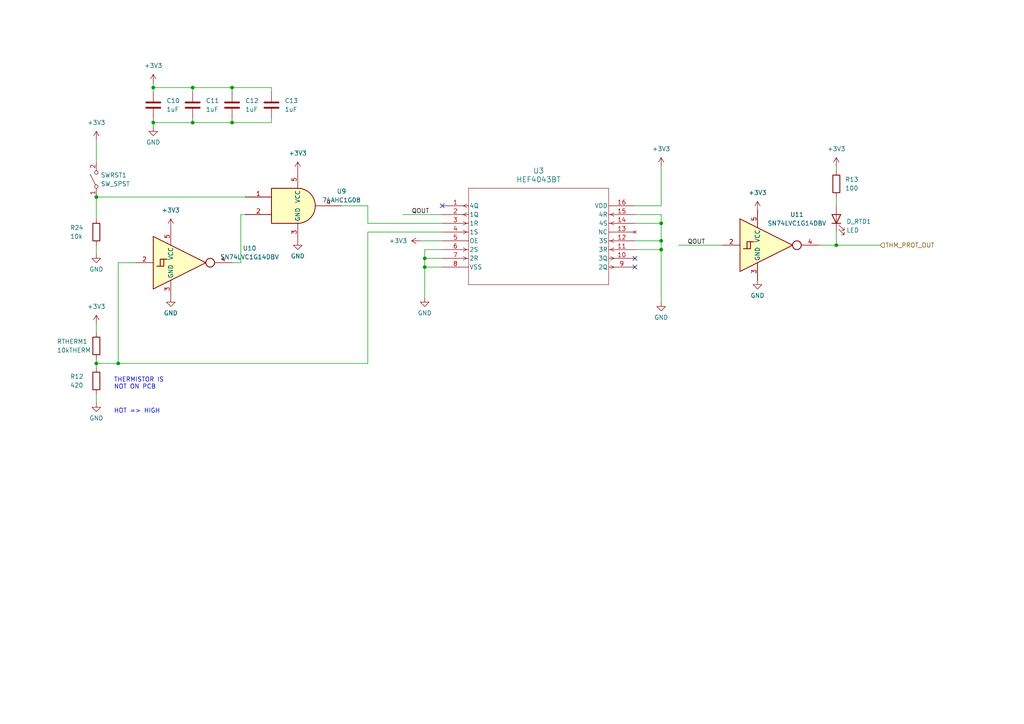
<source format=kicad_sch>
(kicad_sch (version 20230121) (generator eeschema)
  (paper "A4")
  (lib_symbols
    (symbol "74xGxx:74AHC1G08"
      (property "Reference" "U" (at -2.54 3.81 0))
      (property "Value" "74AHC1G08" (at 0 -3.81 0))
      (symbol "74AHC1G08_0_1"
        (arc (start 0 -5.08) (mid 5.0579 0) (end 0 5.08) (stroke (width 0.254)) (fill (type background)))
        (polyline (pts (xy 0 -5.08) (xy -7.62 -5.08) (xy -7.62 5.08) (xy 0 5.08)) (stroke (width 0.254)) (fill (type background)))
      )
      (symbol "74AHC1G08_1_1"
        (pin input line (at -15.24 2.54 0) (length 7.62) (name "~") (number "1"))
        (pin input line (at -15.24 -2.54 0) (length 7.62) (name "~") (number "2"))
        (pin power_in line (at 0 -10.16 90) (length 5.08) (name "GND") (number "3"))
        (pin output line (at 12.7 0 180) (length 7.62) (name "~") (number "4"))
        (pin power_in line (at 0 10.16 270) (length 5.08) (name "VCC") (number "5"))
      )
    )
    (symbol "74xGxx:SN74LVC1G14DBV"
      (property "Reference" "U" (at -5.08 10.16 0))
      (property "Value" "SN74LVC1G14DBV" (at 20.32 10.16 0))
      (symbol "SN74LVC1G14DBV_0_1"
        (polyline (pts (xy -2.032 1.016) (xy -1.016 1.016)) (stroke (width 0.254)) (fill (type background)))
        (polyline (pts (xy -5.08 7.62) (xy -5.08 -7.62) (xy 10.16 0) (xy -5.08 7.62)) (stroke (width 0.254)) (fill (type background)))
        (polyline (pts (xy -3.048 -1.016) (xy -3.048 1.016) (xy -2.032 1.016) (xy -2.032 -1.016) (xy -4.064 -1.016)) (stroke (width 0.254)) (fill (type background)))
        (circle (center 11.43 0) (radius 1.27) (stroke (width 0.254)))
      )
      (symbol "SN74LVC1G14DBV_1_1"
        (pin no_connect line (at 10.16 0 180) (length 5.08) hide (name "NC") (number "1"))
        (pin input line (at -10.16 0 0) (length 5.08) (name "~") (number "2"))
        (pin power_in line (at 0 -10.16 90) (length 5.08) (name "GND") (number "3"))
        (pin output line (at 17.78 0 180) (length 5.08) (name "~") (number "4"))
        (pin power_in line (at 0 10.16 270) (length 5.08) (name "VCC") (number "5"))
      )
    )
    (symbol "Device:C" (pin_numbers hide) (pin_names (offset 0.254))
      (property "Reference" "C" (at 0.635 2.54 0))
      (property "Value" "C" (at 0.635 -2.54 0))
      (symbol "C_0_1"
        (polyline (pts (xy -2.032 -0.762) (xy 2.032 -0.762)) (stroke (width 0.508)))
        (polyline (pts (xy -2.032 0.762) (xy 2.032 0.762)) (stroke (width 0.508)))
      )
      (symbol "C_1_1"
        (pin passive line (at 0 3.81 270) (length 2.794) (name "~") (number "1"))
        (pin passive line (at 0 -3.81 90) (length 2.794) (name "~") (number "2"))
      )
    )
    (symbol "Device:LED" (pin_numbers hide) (pin_names (offset 1.016) hide)
      (property "Reference" "D" (at 0 2.54 0))
      (property "Value" "LED" (at 0 -2.54 0))
      (symbol "LED_0_1"
        (polyline (pts (xy -1.27 -1.27) (xy -1.27 1.27)) (stroke (width 0.254)))
        (polyline (pts (xy -1.27 0) (xy 1.27 0)))
        (polyline (pts (xy 1.27 -1.27) (xy 1.27 1.27) (xy -1.27 0) (xy 1.27 -1.27)) (stroke (width 0.254)))
        (polyline (pts (xy -3.048 -0.762) (xy -4.572 -2.286) (xy -3.81 -2.286) (xy -4.572 -2.286) (xy -4.572 -1.524)))
        (polyline (pts (xy -1.778 -0.762) (xy -3.302 -2.286) (xy -2.54 -2.286) (xy -3.302 -2.286) (xy -3.302 -1.524)))
      )
      (symbol "LED_1_1"
        (pin passive line (at -3.81 0 0) (length 2.54) (name "K") (number "1"))
        (pin passive line (at 3.81 0 180) (length 2.54) (name "A") (number "2"))
      )
    )
    (symbol "Device:R" (pin_numbers hide) (pin_names (offset 0))
      (property "Reference" "R" (at 2.032 0 90))
      (property "Value" "R" (at 0 0 90))
      (symbol "R_0_1"
        (rectangle (start -1.016 -2.54) (end 1.016 2.54) (stroke (width 0.254)))
      )
      (symbol "R_1_1"
        (pin passive line (at 0 3.81 270) (length 1.27) (name "~") (number "1"))
        (pin passive line (at 0 -3.81 90) (length 1.27) (name "~") (number "2"))
      )
    )
    (symbol "HPsym:HEF4043BT" (pin_names (offset 0.254))
      (property "Reference" "U" (at 27.94 10.16 0))
      (property "Value" "HEF4043BT" (at 27.94 7.62 0))
      (symbol "HEF4043BT_0_1"
        (polyline (pts (xy 7.0993 -15.24) (xy 6.0579 -15.7607)) (stroke (width 0.127)))
        (polyline (pts (xy 7.0993 -15.24) (xy 6.0579 -14.7193)) (stroke (width 0.127)))
        (polyline (pts (xy 7.0993 -12.7) (xy 6.0579 -13.2207)) (stroke (width 0.127)))
        (polyline (pts (xy 7.0993 -12.7) (xy 6.0579 -12.1793)) (stroke (width 0.127)))
        (polyline (pts (xy 7.0993 -7.62) (xy 6.0579 -8.1407)) (stroke (width 0.127)))
        (polyline (pts (xy 7.0993 -7.62) (xy 6.0579 -7.0993)) (stroke (width 0.127)))
        (polyline (pts (xy 7.0993 -5.08) (xy 6.0579 -5.6007)) (stroke (width 0.127)))
        (polyline (pts (xy 7.0993 -5.08) (xy 6.0579 -4.5593)) (stroke (width 0.127)))
        (polyline (pts (xy 7.0993 -3.0607) (xy 6.0579 -2.54)) (stroke (width 0.127)))
        (polyline (pts (xy 7.0993 -2.0193) (xy 6.0579 -2.54)) (stroke (width 0.127)))
        (polyline (pts (xy 7.0993 -0.5207) (xy 6.0579 0)) (stroke (width 0.127)))
        (polyline (pts (xy 7.0993 0.5207) (xy 6.0579 0)) (stroke (width 0.127)))
        (polyline (pts (xy 7.62 -22.86) (xy 48.26 -22.86)) (stroke (width 0.127)))
        (polyline (pts (xy 7.62 5.08) (xy 7.62 -22.86)) (stroke (width 0.127)))
        (polyline (pts (xy 48.26 -22.86) (xy 48.26 5.08)) (stroke (width 0.127)))
        (polyline (pts (xy 48.26 5.08) (xy 7.62 5.08)) (stroke (width 0.127)))
        (polyline (pts (xy 48.7807 -18.3007) (xy 49.8221 -17.78)) (stroke (width 0.127)))
        (polyline (pts (xy 48.7807 -17.2593) (xy 49.8221 -17.78)) (stroke (width 0.127)))
        (polyline (pts (xy 48.7807 -15.7607) (xy 49.8221 -15.24)) (stroke (width 0.127)))
        (polyline (pts (xy 48.7807 -14.7193) (xy 49.8221 -15.24)) (stroke (width 0.127)))
        (polyline (pts (xy 48.7807 -12.7) (xy 49.8221 -13.2207)) (stroke (width 0.127)))
        (polyline (pts (xy 48.7807 -12.7) (xy 49.8221 -12.1793)) (stroke (width 0.127)))
        (polyline (pts (xy 48.7807 -10.16) (xy 49.8221 -10.6807)) (stroke (width 0.127)))
        (polyline (pts (xy 48.7807 -10.16) (xy 49.8221 -9.6393)) (stroke (width 0.127)))
        (polyline (pts (xy 48.7807 -5.08) (xy 49.8221 -5.6007)) (stroke (width 0.127)))
        (polyline (pts (xy 48.7807 -5.08) (xy 49.8221 -4.5593)) (stroke (width 0.127)))
        (polyline (pts (xy 48.7807 -2.54) (xy 49.8221 -3.0607)) (stroke (width 0.127)))
        (polyline (pts (xy 48.7807 -2.54) (xy 49.8221 -2.0193)) (stroke (width 0.127)))
        (pin output line (at 0 0 0) (length 7.62) (name "4Q") (number "1"))
        (pin output line (at 55.88 -15.24 180) (length 7.62) (name "3Q") (number "10"))
        (pin input line (at 55.88 -12.7 180) (length 7.62) (name "3R") (number "11"))
        (pin input line (at 55.88 -10.16 180) (length 7.62) (name "3S") (number "12"))
        (pin no_connect line (at 55.88 -7.62 180) (length 7.62) (name "NC") (number "13"))
        (pin input line (at 55.88 -5.08 180) (length 7.62) (name "4S") (number "14"))
        (pin input line (at 55.88 -2.54 180) (length 7.62) (name "4R") (number "15"))
        (pin power_in line (at 55.88 0 180) (length 7.62) (name "VDD") (number "16"))
        (pin output line (at 0 -2.54 0) (length 7.62) (name "1Q") (number "2"))
        (pin input line (at 0 -5.08 0) (length 7.62) (name "1R") (number "3"))
        (pin input line (at 0 -7.62 0) (length 7.62) (name "1S") (number "4"))
        (pin unspecified line (at 0 -10.16 0) (length 7.62) (name "OE") (number "5"))
        (pin input line (at 0 -12.7 0) (length 7.62) (name "2S") (number "6"))
        (pin input line (at 0 -15.24 0) (length 7.62) (name "2R") (number "7"))
        (pin power_in line (at 0 -17.78 0) (length 7.62) (name "VSS") (number "8"))
        (pin output line (at 55.88 -17.78 180) (length 7.62) (name "2Q") (number "9"))
      )
    )
    (symbol "Switch:SW_SPST" (pin_names (offset 0) hide)
      (property "Reference" "SW" (at 0 3.175 0))
      (property "Value" "SW_SPST" (at 0 -2.54 0))
      (symbol "SW_SPST_0_0"
        (circle (center -2.032 0) (radius 0.508))
        (polyline (pts (xy -1.524 0.254) (xy 1.524 1.778)))
        (circle (center 2.032 0) (radius 0.508))
      )
      (symbol "SW_SPST_1_1"
        (pin passive line (at -5.08 0 0) (length 2.54) (name "A") (number "1"))
        (pin passive line (at 5.08 0 180) (length 2.54) (name "B") (number "2"))
      )
    )
    (symbol "power:+3V3" (power) (pin_names (offset 0))
      (property "Value" "+3V3" (at 0 3.556 0))
      (symbol "+3V3_0_1"
        (polyline (pts (xy -0.762 1.27) (xy 0 2.54)))
        (polyline (pts (xy 0 0) (xy 0 2.54)))
        (polyline (pts (xy 0 2.54) (xy 0.762 1.27)))
      )
      (symbol "+3V3_1_1"
        (pin power_in line (at 0 0 90) (length 0) hide (name "+3V3") (number "1"))
      )
    )
    (symbol "power:GND" (power) (pin_names (offset 0))
      (property "Value" "GND" (at 0 -3.81 0))
      (symbol "GND_0_1"
        (polyline (pts (xy 0 0) (xy 0 -1.27) (xy 1.27 -1.27) (xy 0 -2.54) (xy -1.27 -1.27) (xy 0 -1.27)))
      )
      (symbol "GND_1_1"
        (pin power_in line (at 0 0 270) (length 0) hide (name "GND") (number "1"))
      )
    )
  )
  (junction (at 55.88 35.56))
  (junction (at 67.31 25.4))
  (junction (at 27.94 57.15))
  (junction (at 242.57 71.12))
  (junction (at 44.45 25.4))
  (junction (at 34.29 105.41))
  (junction (at 191.77 69.85))
  (junction (at 67.31 35.56))
  (junction (at 123.19 77.47))
  (junction (at 55.88 25.4))
  (junction (at 191.77 72.39))
  (junction (at 27.94 105.41))
  (junction (at 123.19 74.93))
  (junction (at 191.77 64.77))
  (junction (at 44.45 35.56))
  (no_connect (at 184.15 77.47))
  (no_connect (at 128.27 59.69))
  (no_connect (at 184.15 74.93))
  (wire (pts (xy 242.57 71.12) (xy 255.27 71.12)))
  (wire (pts (xy 27.94 104.14) (xy 27.94 105.41)))
  (wire (pts (xy 55.88 25.4) (xy 55.88 26.67)))
  (wire (pts (xy 67.31 35.56) (xy 67.31 34.29)))
  (wire (pts (xy 242.57 48.26) (xy 242.57 49.53)))
  (wire (pts (xy 44.45 25.4) (xy 55.88 25.4)))
  (wire (pts (xy 99.06 59.69) (xy 106.68 59.69)))
  (wire (pts (xy 191.77 59.69) (xy 184.15 59.69)))
  (wire (pts (xy 78.74 25.4) (xy 78.74 26.67)))
  (wire (pts (xy 196.85 71.12) (xy 209.55 71.12)))
  (wire (pts (xy 27.94 105.41) (xy 27.94 106.68)))
  (wire (pts (xy 67.31 35.56) (xy 78.74 35.56)))
  (wire (pts (xy 191.77 48.26) (xy 191.77 59.69)))
  (wire (pts (xy 191.77 62.23) (xy 191.77 64.77)))
  (wire (pts (xy 184.15 62.23) (xy 191.77 62.23)))
  (wire (pts (xy 27.94 57.15) (xy 71.12 57.15)))
  (wire (pts (xy 44.45 35.56) (xy 44.45 36.83)))
  (wire (pts (xy 44.45 34.29) (xy 44.45 35.56)))
  (wire (pts (xy 27.94 71.12) (xy 27.94 73.66)))
  (wire (pts (xy 242.57 57.15) (xy 242.57 59.69)))
  (wire (pts (xy 128.27 64.77) (xy 106.68 64.77)))
  (wire (pts (xy 27.94 40.64) (xy 27.94 46.99)))
  (wire (pts (xy 67.31 25.4) (xy 67.31 26.67)))
  (wire (pts (xy 55.88 35.56) (xy 67.31 35.56)))
  (wire (pts (xy 55.88 25.4) (xy 67.31 25.4)))
  (wire (pts (xy 128.27 67.31) (xy 106.68 67.31)))
  (wire (pts (xy 191.77 69.85) (xy 191.77 72.39)))
  (wire (pts (xy 34.29 76.2) (xy 39.37 76.2)))
  (wire (pts (xy 123.19 86.36) (xy 123.19 77.47)))
  (wire (pts (xy 34.29 105.41) (xy 34.29 76.2)))
  (wire (pts (xy 44.45 24.13) (xy 44.45 25.4)))
  (wire (pts (xy 123.19 72.39) (xy 123.19 74.93)))
  (wire (pts (xy 191.77 72.39) (xy 184.15 72.39)))
  (wire (pts (xy 191.77 64.77) (xy 191.77 69.85)))
  (wire (pts (xy 116.84 62.23) (xy 128.27 62.23)))
  (wire (pts (xy 27.94 93.98) (xy 27.94 96.52)))
  (wire (pts (xy 69.85 76.2) (xy 69.85 62.23)))
  (wire (pts (xy 106.68 64.77) (xy 106.68 59.69)))
  (wire (pts (xy 55.88 35.56) (xy 55.88 34.29)))
  (wire (pts (xy 128.27 74.93) (xy 123.19 74.93)))
  (wire (pts (xy 191.77 72.39) (xy 191.77 87.63)))
  (wire (pts (xy 121.92 69.85) (xy 128.27 69.85)))
  (wire (pts (xy 67.31 76.2) (xy 69.85 76.2)))
  (wire (pts (xy 237.49 71.12) (xy 242.57 71.12)))
  (wire (pts (xy 242.57 67.31) (xy 242.57 71.12)))
  (wire (pts (xy 123.19 74.93) (xy 123.19 77.47)))
  (wire (pts (xy 184.15 69.85) (xy 191.77 69.85)))
  (wire (pts (xy 184.15 64.77) (xy 191.77 64.77)))
  (wire (pts (xy 27.94 105.41) (xy 34.29 105.41)))
  (wire (pts (xy 67.31 25.4) (xy 78.74 25.4)))
  (wire (pts (xy 69.85 62.23) (xy 71.12 62.23)))
  (wire (pts (xy 78.74 35.56) (xy 78.74 34.29)))
  (wire (pts (xy 106.68 67.31) (xy 106.68 105.41)))
  (wire (pts (xy 44.45 35.56) (xy 55.88 35.56)))
  (wire (pts (xy 123.19 77.47) (xy 128.27 77.47)))
  (wire (pts (xy 27.94 114.3) (xy 27.94 116.84)))
  (wire (pts (xy 128.27 72.39) (xy 123.19 72.39)))
  (wire (pts (xy 34.29 105.41) (xy 106.68 105.41)))
  (wire (pts (xy 44.45 25.4) (xy 44.45 26.67)))
  (wire (pts (xy 27.94 57.15) (xy 27.94 63.5)))
  (text "THERMISTOR IS\nNOT ON PCB" (at 33.02 113.03 0) (effects (font (size 1.27 1.27)) (justify left bottom)))
  (text "HOT => HIGH" (at 33.02 120.015 0) (effects (font (size 1.27 1.27)) (justify left bottom)))
  (label "QOUT" (at 199.39 71.12 0))
  (label "QOUT" (at 119.38 62.23 0))
  (hierarchical_label "THM_PROT_OUT" (shape input) (at 255.27 71.12 0))
  (symbol (lib_id "Device:R") (at 27.94 100.33 0) (unit 1)
    (property "Reference" "RTHERM1" (at 16.51 99.06 0) (effects (justify left)))
    (property "Value" "10kTHERM" (at 16.51 101.6 0) (effects (justify left)))
    (property "Footprint" "Resistor_SMD:R_0805_2012Metric_Pad1.20x1.40mm_HandSolder" (effects hide))
  )
  (symbol (lib_id "power:+3V3") (at 242.57 48.26 0) (unit 1)
    (property "Reference" "#PWR0117" (effects hide))
    (property "Value" "+3V3" (at 242.57 43.18 0))
  )
  (symbol (lib_id "Device:R") (at 242.57 53.34 0) (unit 1)
    (property "Reference" "R13" (at 245.11 52.0699 0) (effects (justify left)))
    (property "Value" "100" (at 245.11 54.6099 0) (effects (justify left)))
    (property "Footprint" "Resistor_SMD:R_0805_2012Metric_Pad1.20x1.40mm_HandSolder" (effects hide))
  )
  (symbol (lib_id "power:GND") (at 86.36 69.85 0) (unit 1)
    (property "Reference" "#PWR0111" (effects hide))
    (property "Value" "GND" (at 86.36 74.2934 0))
    (instances (project "HPcontroller" (path "" (reference "#PWR0111") (unit 1)) (path "" (reference "#PWR025") (unit 1))))
  )
  (symbol (lib_id "74xGxx:SN74LVC1G14DBV") (at 219.71 71.12 0) (unit 1)
    (property "Reference" "U11" (at 231.14 62.23 0))
    (property "Value" "SN74LVC1G14DBV" (at 231.14 64.77 0))
    (property "Footprint" "Package_TO_SOT_SMD:SOT-23-5" (effects hide))
    (property "Datasheet" "http://www.ti.com/lit/ds/symlink/sn74lvc1g14.pdf" (effects hide))
  )
  (symbol (lib_id "Device:LED") (at 242.57 63.5 90) (unit 1)
    (property "Reference" "D_RTD1" (at 245.491 64.2528 90) (effects (justify right)))
    (property "Value" "LED" (at 245.491 66.7897 90) (effects (justify right)))
    (property "Footprint" "LED_SMD:LED_0603_1608Metric_Pad1.05x0.95mm_HandSolder" (effects hide))
  )
  (symbol (lib_id "power:+3V3") (at 27.94 40.64 0) (unit 1)
    (property "Reference" "#PWR022" (effects hide))
    (property "Value" "+3V3" (at 27.94 35.56 0))
  )
  (symbol (lib_id "Device:R") (at 27.94 67.31 0) (unit 1)
    (property "Reference" "R24" (at 20.32 66.04 0) (effects (justify left)))
    (property "Value" "10k" (at 20.32 68.58 0) (effects (justify left)))
    (property "Footprint" "Resistor_SMD:R_0805_2012Metric_Pad1.20x1.40mm_HandSolder" (effects hide))
  )
  (symbol (lib_id "power:GND") (at 49.53 86.36 0) (unit 1)
    (property "Reference" "#PWR0111" (effects hide))
    (property "Value" "GND" (at 49.53 90.8034 0))
    (instances (project "HPcontroller" (path "" (reference "#PWR0111") (unit 1)) (path "" (reference "#PWR024") (unit 1))))
  )
  (symbol (lib_id "Device:C") (at 55.88 30.48 0) (unit 1)
    (property "Reference" "C11" (at 59.69 29.21 0) (effects (justify left)))
    (property "Value" "1uF" (at 59.69 31.75 0) (effects (justify left)))
    (property "Footprint" "Capacitor_SMD:C_0805_2012Metric_Pad1.18x1.45mm_HandSolder" (effects hide))
  )
  (symbol (lib_id "power:GND") (at 27.94 73.66 0) (unit 1)
    (property "Reference" "#PWR0111" (effects hide))
    (property "Value" "GND" (at 27.94 78.1034 0))
    (instances (project "HPcontroller" (path "" (reference "#PWR0111") (unit 1)) (path "" (reference "#PWR021") (unit 1))))
  )
  (symbol (lib_id "power:+3V3") (at 27.94 93.98 0) (unit 1)
    (property "Reference" "#PWR0115" (effects hide))
    (property "Value" "+3V3" (at 27.94 88.9 0))
  )
  (symbol (lib_id "power:GND") (at 27.94 116.84 0) (unit 1)
    (property "Reference" "#PWR0114" (effects hide))
    (property "Value" "GND" (at 27.94 121.2834 0))
  )
  (symbol (lib_id "power:+3V3") (at 219.71 60.96 0) (unit 1)
    (property "Reference" "#PWR031" (effects hide))
    (property "Value" "+3V3" (at 219.71 55.88 0))
  )
  (symbol (lib_id "power:+3V3") (at 44.45 24.13 0) (unit 1)
    (property "Reference" "#PWR058" (effects hide))
    (property "Value" "+3V3" (at 44.45 19.05 0))
  )
  (symbol (lib_id "Switch:SW_SPST") (at 27.94 52.07 90) (unit 1)
    (property "Reference" "SWRST1" (at 29.21 50.8 90) (effects (justify right)))
    (property "Value" "SW_SPST" (at 29.21 53.34 90) (effects (justify right)))
    (property "Footprint" "Button_Switch_SMD:SW_SPST_PTS645" (effects hide))
    (instances (project "HPcontroller" (path "" (reference "SWRST1") (unit 1)) (path "" (reference "SWRST2") (unit 1))))
  )
  (symbol (lib_id "power:GND") (at 219.71 81.28 0) (unit 1)
    (property "Reference" "#PWR0111" (effects hide))
    (property "Value" "GND" (at 219.71 85.7234 0))
    (instances (project "HPcontroller" (path "" (reference "#PWR0111") (unit 1)) (path "" (reference "#PWR032") (unit 1))))
  )
  (symbol (lib_id "power:GND") (at 191.77 87.63 0) (unit 1)
    (property "Reference" "#PWR030" (effects hide))
    (property "Value" "GND" (at 191.77 92.0734 0))
  )
  (symbol (lib_id "power:+3V3") (at 121.92 69.85 90) (unit 1)
    (property "Reference" "#PWR029" (effects hide))
    (property "Value" "+3V3" (at 118.11 69.85 90) (effects (justify left)))
  )
  (symbol (lib_id "Device:R") (at 27.94 110.49 0) (unit 1)
    (property "Reference" "R12" (at 20.32 109.22 0) (effects (justify left)))
    (property "Value" "420" (at 20.32 111.76 0) (effects (justify left)))
    (property "Footprint" "Resistor_SMD:R_0805_2012Metric_Pad1.20x1.40mm_HandSolder" (effects hide))
  )
  (symbol (lib_id "power:+3V3") (at 86.36 49.53 0) (unit 1)
    (property "Reference" "#PWR026" (effects hide))
    (property "Value" "+3V3" (at 86.36 44.45 0))
  )
  (symbol (lib_id "power:+3V3") (at 191.77 48.26 0) (unit 1)
    (property "Reference" "#PWR027" (effects hide))
    (property "Value" "+3V3" (at 191.77 43.18 0))
  )
  (symbol (lib_id "power:GND") (at 123.19 86.36 0) (unit 1)
    (property "Reference" "#PWR028" (effects hide))
    (property "Value" "GND" (at 123.19 90.8034 0))
  )
  (symbol (lib_id "HPsym:HEF4043BT") (at 128.27 59.69 0) (unit 1)
    (property "Reference" "U3" (at 156.21 49.53 0) (effects (font (size 1.524 1.524))))
    (property "Value" "HEF4043BT" (at 156.21 52.07 0) (effects (font (size 1.524 1.524))))
    (property "Footprint" "SOT109-1_NXP" (effects hide))
    (property "Datasheet" "HEF4043BT" (effects hide))
  )
  (symbol (lib_id "74xGxx:74AHC1G08") (at 86.36 59.69 0) (unit 1)
    (property "Reference" "U9" (at 99.06 55.4991 0))
    (property "Value" "74AHC1G08" (at 99.06 58.0391 0))
    (property "Datasheet" "http://www.ti.com/lit/sg/scyt129e/scyt129e.pdf" (effects hide))
  )
  (symbol (lib_id "Device:C") (at 44.45 30.48 0) (unit 1)
    (property "Reference" "C10" (at 48.26 29.21 0) (effects (justify left)))
    (property "Value" "1uF" (at 48.26 31.75 0) (effects (justify left)))
    (property "Footprint" "Capacitor_SMD:C_0805_2012Metric_Pad1.18x1.45mm_HandSolder" (effects hide))
  )
  (symbol (lib_id "power:GND") (at 44.45 36.83 0) (unit 1)
    (property "Reference" "#PWR0111" (effects hide))
    (property "Value" "GND" (at 44.45 41.2734 0))
    (instances (project "HPcontroller" (path "" (reference "#PWR0111") (unit 1)) (path "" (reference "#PWR059") (unit 1))))
  )
  (symbol (lib_id "Device:C") (at 67.31 30.48 0) (unit 1)
    (property "Reference" "C12" (at 71.12 29.21 0) (effects (justify left)))
    (property "Value" "1uF" (at 71.12 31.75 0) (effects (justify left)))
    (property "Footprint" "Capacitor_SMD:C_0805_2012Metric_Pad1.18x1.45mm_HandSolder" (effects hide))
  )
  (symbol (lib_id "74xGxx:SN74LVC1G14DBV") (at 49.53 76.2 0) (unit 1)
    (property "Reference" "U10" (at 72.39 72.0091 0))
    (property "Value" "SN74LVC1G14DBV" (at 72.39 74.5491 0))
    (property "Footprint" "Package_TO_SOT_SMD:SOT-23-5" (effects hide))
    (property "Datasheet" "http://www.ti.com/lit/ds/symlink/sn74lvc1g14.pdf" (effects hide))
  )
  (symbol (lib_id "power:+3V3") (at 49.53 66.04 0) (unit 1)
    (property "Reference" "#PWR023" (effects hide))
    (property "Value" "+3V3" (at 49.53 60.96 0))
  )
  (symbol (lib_id "Device:C") (at 78.74 30.48 0) (unit 1)
    (property "Reference" "C13" (at 82.55 29.21 0) (effects (justify left)))
    (property "Value" "1uF" (at 82.55 31.75 0) (effects (justify left)))
    (property "Footprint" "Capacitor_SMD:C_0805_2012Metric_Pad1.18x1.45mm_HandSolder" (effects hide))
  )
)
</source>
